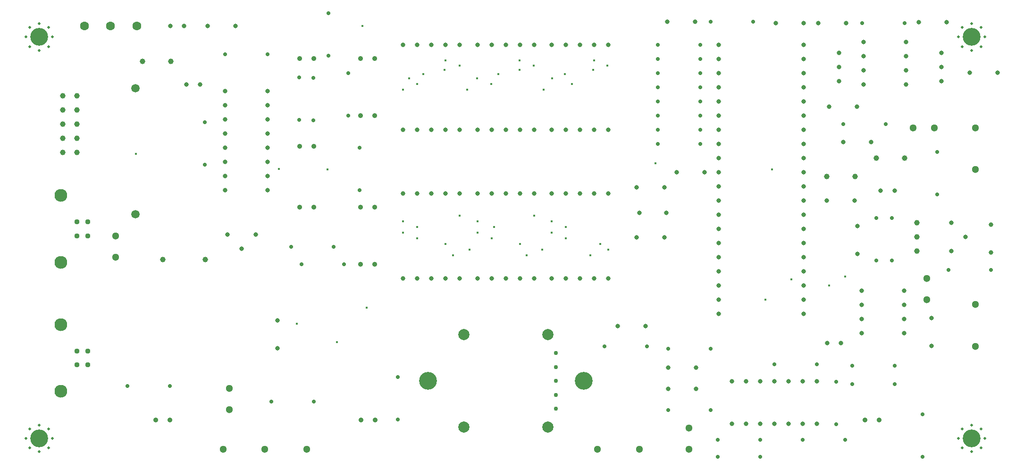
<source format=gbr>
%TF.GenerationSoftware,KiCad,Pcbnew,8.0.1*%
%TF.CreationDate,2024-04-17T00:35:38+02:00*%
%TF.ProjectId,Solaranlage,536f6c61-7261-46e6-9c61-67652e6b6963,rev?*%
%TF.SameCoordinates,Original*%
%TF.FileFunction,Plated,1,2,PTH,Drill*%
%TF.FilePolarity,Positive*%
%FSLAX46Y46*%
G04 Gerber Fmt 4.6, Leading zero omitted, Abs format (unit mm)*
G04 Created by KiCad (PCBNEW 8.0.1) date 2024-04-17 00:35:38*
%MOMM*%
%LPD*%
G01*
G04 APERTURE LIST*
%TA.AperFunction,ViaDrill*%
%ADD10C,0.400000*%
%TD*%
%TA.AperFunction,ComponentDrill*%
%ADD11C,0.500000*%
%TD*%
%TA.AperFunction,ComponentDrill*%
%ADD12C,0.700000*%
%TD*%
%TA.AperFunction,ComponentDrill*%
%ADD13C,0.762000*%
%TD*%
%TA.AperFunction,ComponentDrill*%
%ADD14C,0.800000*%
%TD*%
%TA.AperFunction,ComponentDrill*%
%ADD15C,0.900000*%
%TD*%
%TA.AperFunction,ComponentDrill*%
%ADD16C,0.950000*%
%TD*%
%TA.AperFunction,ComponentDrill*%
%ADD17C,1.000000*%
%TD*%
%TA.AperFunction,ComponentDrill*%
%ADD18C,1.300000*%
%TD*%
%TA.AperFunction,ComponentDrill*%
%ADD19C,1.500000*%
%TD*%
%TA.AperFunction,ComponentDrill*%
%ADD20C,1.600000*%
%TD*%
%TA.AperFunction,ComponentDrill*%
%ADD21C,2.000000*%
%TD*%
%TA.AperFunction,ComponentDrill*%
%ADD22C,2.300000*%
%TD*%
%TA.AperFunction,ComponentDrill*%
%ADD23C,3.200000*%
%TD*%
G04 APERTURE END LIST*
D10*
X72644000Y-82677000D03*
X98298000Y-85344000D03*
X101473000Y-113157000D03*
X107000000Y-85471000D03*
X108687783Y-116448000D03*
X113284000Y-59690000D03*
X114046000Y-110236000D03*
X120523000Y-71120000D03*
X120523000Y-94742000D03*
X120523000Y-96774000D03*
X121666000Y-69088000D03*
X123063000Y-70104000D03*
X123063000Y-95758000D03*
X123063000Y-97790000D03*
X124206000Y-68326000D03*
X128016000Y-67564000D03*
X128143000Y-65913000D03*
X128143000Y-98806000D03*
X129540000Y-100838000D03*
X130683000Y-66802000D03*
X130683000Y-93726000D03*
X132080000Y-71120000D03*
X132461000Y-99822000D03*
X133858000Y-69088000D03*
X133928000Y-94742000D03*
X133928000Y-96774000D03*
X136398000Y-70104000D03*
X136468000Y-97790000D03*
X136906000Y-95758000D03*
X137668000Y-68326000D03*
X141478000Y-65913000D03*
X141478000Y-67564000D03*
X141548000Y-98806000D03*
X142748000Y-100838000D03*
X144018000Y-66802000D03*
X144088000Y-93726000D03*
X145542000Y-99822000D03*
X145796000Y-71120000D03*
X147193000Y-94742000D03*
X147193000Y-96774000D03*
X147193000Y-104998000D03*
X147320000Y-69088000D03*
X149606000Y-68326000D03*
X149733000Y-95758000D03*
X149733000Y-97790000D03*
X150876000Y-70104000D03*
X154139160Y-100849238D03*
X154686000Y-67564000D03*
X154813000Y-65913000D03*
X155956000Y-98806000D03*
X157226000Y-66802000D03*
X157353000Y-99822000D03*
X165835583Y-84318024D03*
X185547000Y-108839000D03*
X186738000Y-85423000D03*
X190246000Y-105156000D03*
X196977000Y-106299000D03*
X199898000Y-104648000D03*
D11*
%TO.C,H3*%
X52878000Y-61708000D03*
%TO.C,H1*%
X52878000Y-133708000D03*
%TO.C,H3*%
X53580944Y-60010944D03*
X53580944Y-63405056D03*
%TO.C,H1*%
X53580944Y-132010944D03*
X53580944Y-135405056D03*
%TO.C,H3*%
X55278000Y-59308000D03*
X55278000Y-64108000D03*
%TO.C,H1*%
X55278000Y-131308000D03*
X55278000Y-136108000D03*
%TO.C,H3*%
X56975056Y-60010944D03*
X56975056Y-63405056D03*
%TO.C,H1*%
X56975056Y-132010944D03*
X56975056Y-135405056D03*
%TO.C,H3*%
X57678000Y-61708000D03*
%TO.C,H1*%
X57678000Y-133708000D03*
%TO.C,H2*%
X220188000Y-61708000D03*
%TO.C,H4*%
X220188000Y-133708000D03*
%TO.C,H2*%
X220890944Y-60010944D03*
X220890944Y-63405056D03*
%TO.C,H4*%
X220890944Y-132010944D03*
X220890944Y-135405056D03*
%TO.C,H2*%
X222588000Y-59308000D03*
X222588000Y-64108000D03*
%TO.C,H4*%
X222588000Y-131308000D03*
X222588000Y-136108000D03*
%TO.C,H2*%
X224285056Y-60010944D03*
X224285056Y-63405056D03*
%TO.C,H4*%
X224285056Y-132010944D03*
X224285056Y-135405056D03*
%TO.C,H2*%
X224988000Y-61708000D03*
%TO.C,H4*%
X224988000Y-133708000D03*
D12*
%TO.C,R17*%
X71130000Y-124333000D03*
X78750000Y-124333000D03*
%TO.C,R35*%
X84963000Y-76962000D03*
X84963000Y-84582000D03*
%TO.C,GND2*%
X88646000Y-64770000D03*
X96266000Y-64770000D03*
%TO.C,R33*%
X96901000Y-127127000D03*
%TO.C,R31*%
X100457000Y-99314000D03*
%TO.C,R36*%
X101900000Y-68990000D03*
X101900000Y-76610000D03*
%TO.C,R28*%
X102362000Y-102489000D03*
%TO.C,R32*%
X104500000Y-69000000D03*
X104500000Y-76620000D03*
%TO.C,R33*%
X104521000Y-127127000D03*
%TO.C,R25*%
X107188000Y-57404000D03*
X107188000Y-65024000D03*
%TO.C,R31*%
X108077000Y-99314000D03*
%TO.C,R28*%
X109982000Y-102489000D03*
%TO.C,R27*%
X110700000Y-68190000D03*
X110700000Y-75810000D03*
%TO.C,R26*%
X112776000Y-81534000D03*
X112776000Y-89154000D03*
%TO.C,R18*%
X119634000Y-122682000D03*
X119634000Y-130302000D03*
%TO.C,R16*%
X156718000Y-117190000D03*
X164338000Y-117190000D03*
%TO.C,R3*%
X166243000Y-63088000D03*
%TO.C,R7*%
X166243000Y-65628000D03*
%TO.C,R4*%
X166243000Y-68168000D03*
%TO.C,R8*%
X166243000Y-70708000D03*
%TO.C,R5*%
X166243000Y-73248000D03*
%TO.C,R9*%
X166243000Y-75788000D03*
%TO.C,R6*%
X166243000Y-78328000D03*
%TO.C,R10*%
X166243000Y-80868000D03*
%TO.C,R15*%
X168148000Y-117602000D03*
%TO.C,R14*%
X168148000Y-128620000D03*
%TO.C,R3*%
X173863000Y-63088000D03*
%TO.C,R7*%
X173863000Y-65628000D03*
%TO.C,R4*%
X173863000Y-68168000D03*
%TO.C,R8*%
X173863000Y-70708000D03*
%TO.C,R5*%
X173863000Y-73248000D03*
%TO.C,R9*%
X173863000Y-75788000D03*
%TO.C,R6*%
X173863000Y-78328000D03*
%TO.C,R10*%
X173863000Y-80868000D03*
%TO.C,R11*%
X175768000Y-58928000D03*
%TO.C,R15*%
X175768000Y-117602000D03*
%TO.C,R14*%
X175768000Y-128620000D03*
%TO.C,R12*%
X177038000Y-133985000D03*
%TO.C,R34*%
X177038000Y-137033000D03*
%TO.C,R11*%
X183388000Y-58928000D03*
%TO.C,R12*%
X184658000Y-133985000D03*
%TO.C,R34*%
X184658000Y-137033000D03*
%TO.C,R21*%
X187198000Y-120396000D03*
%TO.C,R13*%
X192278000Y-133985000D03*
%TO.C,R21*%
X194818000Y-120396000D03*
%TO.C,R19*%
X198247000Y-123571000D03*
X198247000Y-131191000D03*
%TO.C,R30*%
X199517000Y-77343000D03*
%TO.C,R13*%
X199898000Y-133985000D03*
%TO.C,R24*%
X201168000Y-120650000D03*
%TO.C,R20*%
X201168000Y-123952000D03*
%TO.C,R29*%
X202946000Y-59182000D03*
%TO.C,R22*%
X205486000Y-94214000D03*
X205486000Y-101834000D03*
%TO.C,R30*%
X207137000Y-77343000D03*
%TO.C,R23*%
X208280000Y-94214000D03*
X208280000Y-101834000D03*
%TO.C,R24*%
X208788000Y-120650000D03*
%TO.C,R20*%
X208788000Y-123952000D03*
%TO.C,R29*%
X210566000Y-59182000D03*
%TO.C,GND1*%
X213741000Y-129413000D03*
X213741000Y-137033000D03*
%TO.C,R1*%
X216408000Y-82296000D03*
X216408000Y-89916000D03*
%TO.C,R2*%
X218440000Y-103505000D03*
X226060000Y-103505000D03*
D13*
%TO.C,SW1*%
X148008000Y-118413000D03*
X148008000Y-120913000D03*
X148008000Y-123413000D03*
X148008000Y-125913000D03*
X148008000Y-128413000D03*
D14*
%TO.C,C18*%
X78780000Y-59690000D03*
X81280000Y-59690000D03*
%TO.C,C23*%
X81661000Y-70231000D03*
X84161000Y-70231000D03*
%TO.C,C7*%
X85471000Y-59690000D03*
%TO.C,U12*%
X88646000Y-71374000D03*
X88646000Y-73914000D03*
X88646000Y-76454000D03*
X88646000Y-78994000D03*
X88646000Y-81534000D03*
X88646000Y-84074000D03*
X88646000Y-86614000D03*
X88646000Y-89154000D03*
%TO.C,Q2*%
X89027000Y-97155000D03*
%TO.C,C7*%
X90471000Y-59690000D03*
%TO.C,Q2*%
X91567000Y-99695000D03*
X94107000Y-97155000D03*
%TO.C,U12*%
X96266000Y-71374000D03*
X96266000Y-73914000D03*
X96266000Y-76454000D03*
X96266000Y-78994000D03*
X96266000Y-81534000D03*
X96266000Y-84074000D03*
X96266000Y-86614000D03*
X96266000Y-89154000D03*
%TO.C,C22*%
X98044000Y-112522000D03*
X98044000Y-117522000D03*
%TO.C,U1*%
X120523000Y-63088000D03*
X120523000Y-78328000D03*
%TO.C,U2*%
X120523000Y-89758000D03*
X120523000Y-104998000D03*
%TO.C,U1*%
X123063000Y-63088000D03*
X123063000Y-78328000D03*
%TO.C,U2*%
X123063000Y-89758000D03*
X123063000Y-104998000D03*
%TO.C,U1*%
X125603000Y-63088000D03*
X125603000Y-78328000D03*
%TO.C,U2*%
X125603000Y-89758000D03*
X125603000Y-104998000D03*
%TO.C,U1*%
X128143000Y-63088000D03*
X128143000Y-78328000D03*
%TO.C,U2*%
X128143000Y-89758000D03*
X128143000Y-104998000D03*
%TO.C,U1*%
X130683000Y-63088000D03*
X130683000Y-78328000D03*
%TO.C,U2*%
X130683000Y-89758000D03*
X130683000Y-104998000D03*
%TO.C,U3*%
X133928000Y-63088000D03*
X133928000Y-78328000D03*
%TO.C,U4*%
X133928000Y-89758000D03*
X133928000Y-104998000D03*
%TO.C,U3*%
X136468000Y-63088000D03*
X136468000Y-78328000D03*
%TO.C,U4*%
X136468000Y-89758000D03*
X136468000Y-104998000D03*
%TO.C,U3*%
X139008000Y-63088000D03*
X139008000Y-78328000D03*
%TO.C,U4*%
X139008000Y-89758000D03*
X139008000Y-104998000D03*
%TO.C,U3*%
X141548000Y-63088000D03*
X141548000Y-78328000D03*
%TO.C,U4*%
X141548000Y-89758000D03*
X141548000Y-104998000D03*
%TO.C,U3*%
X144088000Y-63088000D03*
X144088000Y-78328000D03*
%TO.C,U4*%
X144088000Y-89758000D03*
X144088000Y-104998000D03*
%TO.C,U5*%
X147193000Y-63088000D03*
X147193000Y-78328000D03*
%TO.C,U6*%
X147193000Y-89758000D03*
X147193000Y-104998000D03*
%TO.C,U5*%
X149733000Y-63088000D03*
X149733000Y-78328000D03*
%TO.C,U6*%
X149733000Y-89758000D03*
X149733000Y-104998000D03*
%TO.C,U5*%
X152273000Y-63088000D03*
X152273000Y-78328000D03*
%TO.C,U6*%
X152273000Y-89758000D03*
X152273000Y-104998000D03*
%TO.C,U5*%
X154813000Y-63088000D03*
X154813000Y-78328000D03*
%TO.C,U6*%
X154813000Y-89758000D03*
X154813000Y-104998000D03*
%TO.C,U5*%
X157353000Y-63088000D03*
X157353000Y-78328000D03*
%TO.C,U6*%
X157353000Y-89758000D03*
X157353000Y-104998000D03*
%TO.C,C9*%
X159084000Y-113538000D03*
%TO.C,C12*%
X162433000Y-88646000D03*
%TO.C,C13*%
X162433000Y-97663000D03*
%TO.C,Y1*%
X162941000Y-93218000D03*
%TO.C,C9*%
X164084000Y-113538000D03*
%TO.C,C12*%
X167433000Y-88646000D03*
%TO.C,C13*%
X167433000Y-97663000D03*
%TO.C,Y1*%
X167841000Y-93218000D03*
%TO.C,C5*%
X167974000Y-58928000D03*
%TO.C,C8*%
X168148000Y-121000000D03*
%TO.C,C6*%
X168148000Y-124810000D03*
%TO.C,C14*%
X169625000Y-85948000D03*
%TO.C,C5*%
X172974000Y-58928000D03*
%TO.C,C8*%
X173148000Y-121000000D03*
%TO.C,C6*%
X173148000Y-124810000D03*
%TO.C,C14*%
X174625000Y-85948000D03*
%TO.C,U7*%
X177165000Y-63093600D03*
X177165000Y-65633600D03*
X177165000Y-68173600D03*
X177165000Y-70713600D03*
X177165000Y-73253600D03*
X177165000Y-75793600D03*
X177165000Y-78333600D03*
X177165000Y-80873600D03*
X177165000Y-83413600D03*
X177165000Y-85953600D03*
X177165000Y-88493600D03*
X177165000Y-91033600D03*
X177165000Y-93573600D03*
X177165000Y-96113600D03*
X177165000Y-98653600D03*
X177165000Y-101193600D03*
X177165000Y-103733600D03*
X177165000Y-106273600D03*
X177165000Y-108813600D03*
X177165000Y-111353600D03*
%TO.C,U11*%
X179578000Y-123444000D03*
X179578000Y-131064000D03*
X182118000Y-123444000D03*
X182118000Y-131064000D03*
X184658000Y-123444000D03*
X184658000Y-131064000D03*
X187198000Y-123444000D03*
X187198000Y-131064000D03*
%TO.C,C17*%
X187405000Y-59182000D03*
%TO.C,U11*%
X189738000Y-123444000D03*
X189738000Y-131064000D03*
X192278000Y-123444000D03*
X192278000Y-131064000D03*
%TO.C,C17*%
X192405000Y-59182000D03*
%TO.C,U7*%
X192405000Y-63093600D03*
X192405000Y-65633600D03*
X192405000Y-68173600D03*
X192405000Y-70713600D03*
X192405000Y-73253600D03*
X192405000Y-75793600D03*
X192405000Y-78333600D03*
X192405000Y-80873600D03*
X192405000Y-83413600D03*
X192405000Y-85953600D03*
X192405000Y-88493600D03*
X192405000Y-91033600D03*
X192405000Y-93573600D03*
X192405000Y-96113600D03*
X192405000Y-98653600D03*
X192405000Y-101193600D03*
X192405000Y-103733600D03*
X192405000Y-106273600D03*
X192405000Y-108813600D03*
X192405000Y-111353600D03*
%TO.C,U11*%
X194818000Y-123444000D03*
X194818000Y-131064000D03*
%TO.C,C10*%
X195072000Y-59182000D03*
%TO.C,C2*%
X196596000Y-91059000D03*
%TO.C,C16*%
X196636000Y-116586000D03*
%TO.C,C19*%
X196977000Y-74168000D03*
%TO.C,RV1*%
X198755000Y-64516000D03*
X198755000Y-67056000D03*
X198755000Y-69596000D03*
%TO.C,C16*%
X199136000Y-116586000D03*
%TO.C,C21*%
X199517000Y-80518000D03*
%TO.C,C10*%
X200072000Y-59182000D03*
%TO.C,C2*%
X201596000Y-91059000D03*
%TO.C,C19*%
X201977000Y-74168000D03*
%TO.C,C15*%
X202057000Y-95631000D03*
X202057000Y-100631000D03*
%TO.C,U10*%
X202819000Y-107188000D03*
X202819000Y-109728000D03*
X202819000Y-112268000D03*
X202819000Y-114808000D03*
%TO.C,U9*%
X203200000Y-62611000D03*
X203200000Y-65151000D03*
X203200000Y-67691000D03*
X203200000Y-70231000D03*
%TO.C,C21*%
X204517000Y-80518000D03*
%TO.C,C11*%
X206248000Y-89281000D03*
X208748000Y-89281000D03*
%TO.C,U10*%
X210439000Y-107188000D03*
X210439000Y-109728000D03*
X210439000Y-112268000D03*
X210439000Y-114808000D03*
%TO.C,U9*%
X210820000Y-62611000D03*
X210820000Y-65151000D03*
X210820000Y-67691000D03*
X210820000Y-70231000D03*
%TO.C,C20*%
X213106000Y-59055000D03*
%TO.C,C1*%
X215392000Y-112094000D03*
X215392000Y-117094000D03*
%TO.C,RV2*%
X217170000Y-64516000D03*
X217170000Y-67056000D03*
X217170000Y-69596000D03*
%TO.C,C20*%
X218106000Y-59055000D03*
%TO.C,Q1*%
X218948000Y-94996000D03*
X218948000Y-100076000D03*
X221488000Y-97536000D03*
%TO.C,C3*%
X222250000Y-68072000D03*
%TO.C,C4*%
X226060000Y-95330000D03*
X226060000Y-100330000D03*
%TO.C,C3*%
X227250000Y-68072000D03*
D15*
%TO.C,D1*%
X76210000Y-130429000D03*
X78750000Y-130429000D03*
%TO.C,D13*%
X101981000Y-65532000D03*
%TO.C,D15*%
X101981000Y-81280000D03*
%TO.C,D12*%
X101981000Y-92202000D03*
%TO.C,D13*%
X104521000Y-65532000D03*
%TO.C,D15*%
X104521000Y-81280000D03*
%TO.C,D12*%
X104521000Y-92202000D03*
%TO.C,D4*%
X112903000Y-65532000D03*
%TO.C,D6*%
X112903000Y-75819000D03*
%TO.C,D5*%
X112903000Y-92202000D03*
%TO.C,D7*%
X112903000Y-102489000D03*
%TO.C,D2*%
X113030000Y-130429000D03*
%TO.C,D4*%
X115443000Y-65532000D03*
%TO.C,D6*%
X115443000Y-75819000D03*
%TO.C,D5*%
X115443000Y-92202000D03*
%TO.C,D7*%
X115443000Y-102489000D03*
%TO.C,D2*%
X115570000Y-130429000D03*
%TO.C,D3*%
X203454000Y-130429000D03*
X205994000Y-130429000D03*
D16*
%TO.C,J5*%
X62018000Y-94878000D03*
X62018000Y-97378000D03*
%TO.C,J4*%
X62018000Y-118023000D03*
X62018000Y-120523000D03*
%TO.C,J5*%
X64018000Y-94878000D03*
X64018000Y-97378000D03*
%TO.C,J4*%
X64018000Y-118023000D03*
X64018000Y-120523000D03*
D17*
%TO.C,J3*%
X59538000Y-72263000D03*
X59538000Y-74803000D03*
X59538000Y-77343000D03*
X59538000Y-79883000D03*
X59538000Y-82423000D03*
X62078000Y-72263000D03*
X62078000Y-74803000D03*
X62078000Y-77343000D03*
X62078000Y-79883000D03*
X62078000Y-82423000D03*
%TO.C,L3*%
X73787000Y-66040000D03*
%TO.C,BZ1*%
X77470000Y-101600000D03*
%TO.C,L3*%
X78867000Y-66040000D03*
%TO.C,BZ1*%
X85070000Y-101600000D03*
%TO.C,L1*%
X196596000Y-86741000D03*
X201676000Y-86741000D03*
%TO.C,L2*%
X205486000Y-83439000D03*
X210566000Y-83439000D03*
%TO.C,JP1*%
X212725000Y-94996000D03*
X212725000Y-97536000D03*
X212725000Y-100076000D03*
D18*
%TO.C,D10*%
X68961000Y-97409000D03*
X68961000Y-101219000D03*
%TO.C,J7*%
X88265000Y-135636000D03*
%TO.C,D14*%
X89408000Y-124714000D03*
X89408000Y-128524000D03*
%TO.C,J7*%
X95765000Y-135636000D03*
X103265000Y-135636000D03*
%TO.C,J6*%
X155448000Y-135636000D03*
X162948000Y-135636000D03*
%TO.C,D11*%
X171831000Y-131826000D03*
X171831000Y-135636000D03*
%TO.C,D8*%
X212090000Y-77978000D03*
%TO.C,D9*%
X214503000Y-105029000D03*
X214503000Y-108839000D03*
%TO.C,D8*%
X215900000Y-77978000D03*
%TO.C,J1*%
X223266000Y-77971000D03*
X223266000Y-85471000D03*
%TO.C,J2*%
X223266000Y-109690000D03*
X223266000Y-117190000D03*
D19*
%TO.C,F1*%
X72517000Y-70869000D03*
X72517000Y-93469000D03*
D20*
%TO.C,SW2*%
X63382000Y-59690000D03*
X68082000Y-59690000D03*
X72782000Y-59690000D03*
D21*
%TO.C,SW1*%
X131508000Y-115113000D03*
X131508000Y-131713000D03*
X146508000Y-115113000D03*
X146508000Y-131713000D03*
D22*
%TO.C,J5*%
X59158000Y-90128000D03*
X59158000Y-102128000D03*
%TO.C,J4*%
X59158000Y-113273000D03*
X59158000Y-125273000D03*
D23*
%TO.C,H3*%
X55278000Y-61708000D03*
%TO.C,H1*%
X55278000Y-133708000D03*
%TO.C,H6*%
X125008000Y-123413000D03*
%TO.C,H5*%
X153008000Y-123413000D03*
%TO.C,H2*%
X222588000Y-61708000D03*
%TO.C,H4*%
X222588000Y-133708000D03*
M02*

</source>
